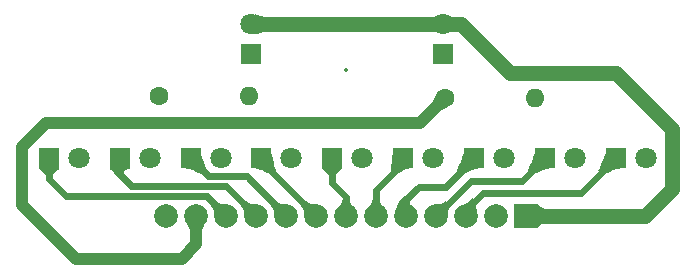
<source format=gbl>
%TF.GenerationSoftware,KiCad,Pcbnew,8.0.1*%
%TF.CreationDate,2024-08-23T15:17:34+02:00*%
%TF.ProjectId,BMW_E30_VFL_SI_Indicator_LED,424d575f-4533-4305-9f56-464c5f53495f,rev?*%
%TF.SameCoordinates,Original*%
%TF.FileFunction,Copper,L2,Bot*%
%TF.FilePolarity,Positive*%
%FSLAX46Y46*%
G04 Gerber Fmt 4.6, Leading zero omitted, Abs format (unit mm)*
G04 Created by KiCad (PCBNEW 8.0.1) date 2024-08-23 15:17:34*
%MOMM*%
%LPD*%
G01*
G04 APERTURE LIST*
%TA.AperFunction,ComponentPad*%
%ADD10R,1.800000X1.800000*%
%TD*%
%TA.AperFunction,ComponentPad*%
%ADD11C,1.800000*%
%TD*%
%TA.AperFunction,ComponentPad*%
%ADD12R,2.000000X2.000000*%
%TD*%
%TA.AperFunction,ComponentPad*%
%ADD13C,2.000000*%
%TD*%
%TA.AperFunction,ComponentPad*%
%ADD14C,1.600000*%
%TD*%
%TA.AperFunction,ComponentPad*%
%ADD15O,1.600000X1.600000*%
%TD*%
%TA.AperFunction,Conductor*%
%ADD16C,0.600000*%
%TD*%
%TA.AperFunction,Conductor*%
%ADD17C,1.000000*%
%TD*%
%TA.AperFunction,Conductor*%
%ADD18C,1.300000*%
%TD*%
%ADD19C,0.350000*%
G04 APERTURE END LIST*
D10*
%TO.P,D5,1,K*%
%TO.N,Net-(D5-K)*%
X149125000Y-85500000D03*
D11*
%TO.P,D5,2,A*%
%TO.N,Net-(D1-A)*%
X151665000Y-85500000D03*
%TD*%
D10*
%TO.P,D9,1,K*%
%TO.N,Net-(D9-K)*%
X125125000Y-85500000D03*
D11*
%TO.P,D9,2,A*%
%TO.N,Net-(D1-A)*%
X127665000Y-85500000D03*
%TD*%
D10*
%TO.P,D11,1,K*%
%TO.N,Net-(D11-K)*%
X142250000Y-76650000D03*
D11*
%TO.P,D11,2,A*%
%TO.N,Net-(D10-A)*%
X142250000Y-74110000D03*
%TD*%
D10*
%TO.P,D1,1,K*%
%TO.N,Net-(D1-K)*%
X173125000Y-85500000D03*
D11*
%TO.P,D1,2,A*%
%TO.N,Net-(D1-A)*%
X175665000Y-85500000D03*
%TD*%
D10*
%TO.P,D4,1,K*%
%TO.N,Net-(D4-K)*%
X155125000Y-85500000D03*
D11*
%TO.P,D4,2,A*%
%TO.N,Net-(D1-A)*%
X157665000Y-85500000D03*
%TD*%
D10*
%TO.P,D10,1,K*%
%TO.N,Net-(D10-K)*%
X158525000Y-76675000D03*
D11*
%TO.P,D10,2,A*%
%TO.N,Net-(D10-A)*%
X158525000Y-74135000D03*
%TD*%
D10*
%TO.P,D6,1,K*%
%TO.N,Net-(D6-K)*%
X143125000Y-85500000D03*
D11*
%TO.P,D6,2,A*%
%TO.N,Net-(D1-A)*%
X145665000Y-85500000D03*
%TD*%
D10*
%TO.P,D7,1,K*%
%TO.N,Net-(D7-K)*%
X137125000Y-85500000D03*
D11*
%TO.P,D7,2,A*%
%TO.N,Net-(D1-A)*%
X139665000Y-85500000D03*
%TD*%
D10*
%TO.P,D8,1,K*%
%TO.N,Net-(D8-K)*%
X131125000Y-85500000D03*
D11*
%TO.P,D8,2,A*%
%TO.N,Net-(D1-A)*%
X133665000Y-85500000D03*
%TD*%
D10*
%TO.P,D3,1,K*%
%TO.N,Net-(D3-K)*%
X161125000Y-85500000D03*
D11*
%TO.P,D3,2,A*%
%TO.N,Net-(D1-A)*%
X163665000Y-85500000D03*
%TD*%
D12*
%TO.P,J1,1,GND_BULB*%
%TO.N,Net-(D10-A)*%
X165540000Y-90360000D03*
D13*
%TO.P,J1,2,GND_LED*%
%TO.N,Net-(D1-A)*%
X163000000Y-90360000D03*
%TO.P,J1,3,LED_R3*%
%TO.N,Net-(D1-K)*%
X160460000Y-90360000D03*
%TO.P,J1,4,LED_R2*%
%TO.N,Net-(D2-K)*%
X157920000Y-90360000D03*
%TO.P,J1,5,LED_R1*%
%TO.N,Net-(D3-K)*%
X155380000Y-90360000D03*
%TO.P,J1,6,LED_Y*%
%TO.N,Net-(D4-K)*%
X152840000Y-90360000D03*
%TO.P,J1,7,LED_G5*%
%TO.N,Net-(D5-K)*%
X150300000Y-90360000D03*
%TO.P,J1,8,LED_G4*%
%TO.N,Net-(D6-K)*%
X147760000Y-90360000D03*
%TO.P,J1,9,LED_G3*%
%TO.N,Net-(D7-K)*%
X145220000Y-90360000D03*
%TO.P,J1,10,LED_G2*%
%TO.N,Net-(D8-K)*%
X142680000Y-90360000D03*
%TO.P,J1,11,LED_G1*%
%TO.N,Net-(D9-K)*%
X140140000Y-90360000D03*
%TO.P,J1,12,BULB_INSPECTION*%
%TO.N,Net-(J1-BULB_INSPECTION)*%
X137600000Y-90360000D03*
%TO.P,J1,13,BULB_OILSERVICE*%
%TO.N,Net-(J1-BULB_OILSERVICE)*%
X135060000Y-90360000D03*
%TD*%
D10*
%TO.P,D2,1,K*%
%TO.N,Net-(D2-K)*%
X167125000Y-85500000D03*
D11*
%TO.P,D2,2,A*%
%TO.N,Net-(D1-A)*%
X169665000Y-85500000D03*
%TD*%
D14*
%TO.P,R2,1*%
%TO.N,Net-(J1-BULB_INSPECTION)*%
X158640000Y-80400000D03*
D15*
%TO.P,R2,2*%
%TO.N,Net-(D10-K)*%
X166260000Y-80400000D03*
%TD*%
D14*
%TO.P,R1,1*%
%TO.N,Net-(J1-BULB_OILSERVICE)*%
X134490000Y-80250000D03*
D15*
%TO.P,R1,2*%
%TO.N,Net-(D11-K)*%
X142110000Y-80250000D03*
%TD*%
D16*
%TO.N,Net-(D1-K)*%
X161901000Y-88410000D02*
X160460000Y-89851000D01*
X160460000Y-89851000D02*
X160460000Y-90360000D01*
X170215000Y-88410000D02*
X161901000Y-88410000D01*
X173125000Y-85500000D02*
X170215000Y-88410000D01*
%TO.N,Net-(D2-K)*%
X160886000Y-87394000D02*
X157920000Y-90360000D01*
X165231000Y-87394000D02*
X160886000Y-87394000D01*
X167125000Y-85500000D02*
X167125000Y-85875000D01*
X167125000Y-85500000D02*
X165231000Y-87394000D01*
%TO.N,Net-(D3-K)*%
X161125000Y-85500000D02*
X158723000Y-87902000D01*
X156440000Y-87902000D02*
X155380000Y-88962000D01*
X155380000Y-88962000D02*
X155380000Y-90360000D01*
X161125000Y-85500000D02*
X161125000Y-85875000D01*
X158723000Y-87902000D02*
X156440000Y-87902000D01*
%TO.N,Net-(D4-K)*%
X155125000Y-85915000D02*
X152840000Y-88200000D01*
X152840000Y-88708000D02*
X152840000Y-90360000D01*
X155125000Y-85500000D02*
X155125000Y-85915000D01*
X152840000Y-88200000D02*
X152840000Y-88708000D01*
%TO.N,Net-(D5-K)*%
X149125000Y-85500000D02*
X149150000Y-85525000D01*
X149125000Y-85500000D02*
X149125000Y-87572000D01*
X149125000Y-87572000D02*
X150300000Y-88747000D01*
X150300000Y-88747000D02*
X150300000Y-90360000D01*
%TO.N,Net-(D6-K)*%
X143125000Y-85725000D02*
X147760000Y-90360000D01*
X143125000Y-85500000D02*
X143125000Y-85725000D01*
%TO.N,Net-(D7-K)*%
X138638000Y-87013000D02*
X141873000Y-87013000D01*
X137125000Y-85500000D02*
X138638000Y-87013000D01*
X141873000Y-87013000D02*
X145220000Y-90360000D01*
%TO.N,Net-(D8-K)*%
X131125000Y-86844000D02*
X132094000Y-87813000D01*
X132094000Y-87813000D02*
X140133000Y-87813000D01*
X131125000Y-85500000D02*
X131125000Y-86844000D01*
X140133000Y-87813000D02*
X142680000Y-90360000D01*
%TO.N,Net-(D9-K)*%
X138494800Y-88714800D02*
X140140000Y-90360000D01*
X125150000Y-85525000D02*
X125150000Y-87250000D01*
X126614800Y-88714800D02*
X138494800Y-88714800D01*
X125150000Y-87250000D02*
X126614800Y-88714800D01*
X125125000Y-85500000D02*
X125150000Y-85525000D01*
D17*
%TO.N,Net-(J1-BULB_INSPECTION)*%
X158640000Y-80400000D02*
X156540000Y-82500000D01*
X124925000Y-82500000D02*
X122900000Y-84525000D01*
X127400000Y-94000000D02*
X136400000Y-94000000D01*
X122900000Y-84525000D02*
X122900000Y-89500000D01*
X136400000Y-94000000D02*
X137600000Y-92800000D01*
X122900000Y-89500000D02*
X127400000Y-94000000D01*
X137600000Y-92800000D02*
X137600000Y-90360000D01*
X156540000Y-82500000D02*
X124925000Y-82500000D01*
D18*
%TO.N,Net-(D10-A)*%
X142300000Y-74160000D02*
X160060000Y-74160000D01*
X173150000Y-78250000D02*
X177900000Y-83000000D01*
X177900000Y-83000000D02*
X177900000Y-88082800D01*
X160060000Y-74160000D02*
X164150000Y-78250000D01*
X164150000Y-78250000D02*
X173150000Y-78250000D01*
X142250000Y-74110000D02*
X142300000Y-74160000D01*
X175622800Y-90360000D02*
X165540000Y-90360000D01*
X177900000Y-88082800D02*
X175622800Y-90360000D01*
%TD*%
%TA.AperFunction,Conductor*%
%TO.N,Net-(D10-A)*%
G36*
X142605215Y-73282995D02*
G01*
X142788766Y-73359265D01*
X142841718Y-73381268D01*
X142841725Y-73381270D01*
X142841726Y-73381271D01*
X143021979Y-73448517D01*
X143183140Y-73487531D01*
X143183141Y-73487531D01*
X143183145Y-73487532D01*
X143270266Y-73495813D01*
X143373176Y-73505596D01*
X143373181Y-73505596D01*
X143373190Y-73505597D01*
X143595986Y-73509272D01*
X143628547Y-73509810D01*
X143636762Y-73513372D01*
X143640054Y-73521508D01*
X143640054Y-74798980D01*
X143636627Y-74807253D01*
X143629055Y-74810659D01*
X143293258Y-74830800D01*
X143049629Y-74880401D01*
X142840838Y-74939479D01*
X142839987Y-74939686D01*
X142597601Y-74989035D01*
X142595968Y-74989249D01*
X142262387Y-75009257D01*
X142253923Y-75006332D01*
X142250007Y-74998279D01*
X142249986Y-74997591D01*
X142249977Y-74989200D01*
X142249002Y-74112336D01*
X142249896Y-74107842D01*
X142589926Y-73289312D01*
X142596265Y-73282987D01*
X142605215Y-73282995D01*
G37*
%TD.AperFunction*%
%TD*%
%TA.AperFunction,Conductor*%
%TO.N,Net-(J1-BULB_INSPECTION)*%
G36*
X138512410Y-90737919D02*
G01*
X138518737Y-90744257D01*
X138518728Y-90753211D01*
X138518442Y-90753847D01*
X138392240Y-91012990D01*
X138391688Y-91013994D01*
X138275891Y-91202373D01*
X138183352Y-91367560D01*
X138122131Y-91567350D01*
X138100818Y-91849182D01*
X138096777Y-91857173D01*
X138089151Y-91860000D01*
X137110849Y-91860000D01*
X137102576Y-91856573D01*
X137099182Y-91849182D01*
X137077867Y-91567350D01*
X137016646Y-91367560D01*
X136924107Y-91202373D01*
X136808310Y-91013994D01*
X136807758Y-91012990D01*
X136681557Y-90753847D01*
X136681016Y-90744908D01*
X136686953Y-90738205D01*
X136687560Y-90737931D01*
X137595514Y-90360862D01*
X137604464Y-90360854D01*
X138512410Y-90737919D01*
G37*
%TD.AperFunction*%
%TD*%
%TA.AperFunction,Conductor*%
%TO.N,Net-(J1-BULB_INSPECTION)*%
G36*
X158636212Y-80397437D02*
G01*
X158642551Y-80403762D01*
X158642562Y-80403787D01*
X158941640Y-81128187D01*
X158941629Y-81137142D01*
X158935290Y-81143467D01*
X158935189Y-81143508D01*
X158713054Y-81232800D01*
X158546229Y-81302767D01*
X158410110Y-81377870D01*
X158269335Y-81486888D01*
X158269320Y-81486901D01*
X158096724Y-81650797D01*
X158088365Y-81654009D01*
X158080394Y-81650586D01*
X157389413Y-80959605D01*
X157385986Y-80951332D01*
X157389202Y-80943275D01*
X157553104Y-80770671D01*
X157662130Y-80629884D01*
X157737232Y-80493765D01*
X157807219Y-80326894D01*
X157896491Y-80104809D01*
X157902756Y-80098412D01*
X157911711Y-80098318D01*
X158636212Y-80397437D01*
G37*
%TD.AperFunction*%
%TD*%
%TA.AperFunction,Conductor*%
%TO.N,Net-(D9-K)*%
G36*
X125133267Y-85507278D02*
G01*
X125133351Y-85507360D01*
X126013256Y-86388243D01*
X126016678Y-86396518D01*
X126013247Y-86404790D01*
X126009972Y-86407093D01*
X125909995Y-86454283D01*
X125794995Y-86531422D01*
X125679997Y-86631423D01*
X125564990Y-86754290D01*
X125453513Y-86895548D01*
X125445698Y-86899920D01*
X125444329Y-86900000D01*
X124855507Y-86900000D01*
X124847234Y-86896573D01*
X124846491Y-86895757D01*
X124728188Y-86752721D01*
X124724587Y-86749067D01*
X124606373Y-86629079D01*
X124524142Y-86561573D01*
X124484568Y-86529085D01*
X124484563Y-86529081D01*
X124484560Y-86529079D01*
X124475344Y-86523301D01*
X124362756Y-86452723D01*
X124256572Y-86406768D01*
X124250340Y-86400337D01*
X124250481Y-86391383D01*
X124252864Y-86387840D01*
X125116724Y-85507433D01*
X125124962Y-85503930D01*
X125133267Y-85507278D01*
G37*
%TD.AperFunction*%
%TD*%
%TA.AperFunction,Conductor*%
%TO.N,Net-(D9-K)*%
G36*
X139299603Y-89093397D02*
G01*
X139536505Y-89273725D01*
X139750063Y-89334959D01*
X139964036Y-89337823D01*
X139964389Y-89337833D01*
X140209756Y-89349180D01*
X140212345Y-89349596D01*
X140509973Y-89432576D01*
X140517022Y-89438099D01*
X140518101Y-89446988D01*
X140517645Y-89448313D01*
X140142562Y-90356215D01*
X140136235Y-90362553D01*
X140136215Y-90362562D01*
X139228313Y-90737645D01*
X139219359Y-90737636D01*
X139213032Y-90731298D01*
X139212576Y-90729973D01*
X139129596Y-90432345D01*
X139129180Y-90429756D01*
X139117833Y-90184389D01*
X139117823Y-90184020D01*
X139114959Y-89970067D01*
X139114959Y-89970063D01*
X139053725Y-89756505D01*
X138873397Y-89519603D01*
X138871114Y-89510945D01*
X138874434Y-89504245D01*
X139284245Y-89094434D01*
X139292517Y-89091008D01*
X139299603Y-89093397D01*
G37*
%TD.AperFunction*%
%TD*%
%TA.AperFunction,Conductor*%
%TO.N,Net-(D8-K)*%
G36*
X141839603Y-89093397D02*
G01*
X142076505Y-89273725D01*
X142290063Y-89334959D01*
X142504036Y-89337823D01*
X142504389Y-89337833D01*
X142749756Y-89349180D01*
X142752345Y-89349596D01*
X143049973Y-89432576D01*
X143057022Y-89438099D01*
X143058101Y-89446988D01*
X143057645Y-89448313D01*
X142682562Y-90356215D01*
X142676235Y-90362553D01*
X142676215Y-90362562D01*
X141768313Y-90737645D01*
X141759359Y-90737636D01*
X141753032Y-90731298D01*
X141752576Y-90729973D01*
X141669596Y-90432345D01*
X141669180Y-90429756D01*
X141657833Y-90184389D01*
X141657823Y-90184020D01*
X141654959Y-89970067D01*
X141654959Y-89970063D01*
X141593725Y-89756505D01*
X141413397Y-89519603D01*
X141411114Y-89510945D01*
X141414434Y-89504245D01*
X141824245Y-89094434D01*
X141832517Y-89091008D01*
X141839603Y-89093397D01*
G37*
%TD.AperFunction*%
%TD*%
%TA.AperFunction,Conductor*%
%TO.N,Net-(D8-K)*%
G36*
X131132565Y-85507567D02*
G01*
X131132690Y-85507690D01*
X132007395Y-86382395D01*
X132010822Y-86390668D01*
X132007395Y-86398941D01*
X132000211Y-86402317D01*
X131895348Y-86412123D01*
X131895345Y-86412124D01*
X131765687Y-86445334D01*
X131636039Y-86499625D01*
X131506383Y-86575004D01*
X131376723Y-86671471D01*
X130962274Y-87085921D01*
X130954001Y-87089348D01*
X130945728Y-87085921D01*
X130944456Y-87084413D01*
X130812000Y-86897268D01*
X130671534Y-86728465D01*
X130531068Y-86589319D01*
X130390602Y-86479830D01*
X130390598Y-86479828D01*
X130390596Y-86479826D01*
X130263280Y-86407470D01*
X130257781Y-86400403D01*
X130258889Y-86391517D01*
X130260660Y-86389155D01*
X131116023Y-85507814D01*
X131124242Y-85504264D01*
X131132565Y-85507567D01*
G37*
%TD.AperFunction*%
%TD*%
%TA.AperFunction,Conductor*%
%TO.N,Net-(D7-K)*%
G36*
X144379603Y-89093397D02*
G01*
X144616505Y-89273725D01*
X144830063Y-89334959D01*
X145044036Y-89337823D01*
X145044389Y-89337833D01*
X145289756Y-89349180D01*
X145292345Y-89349596D01*
X145589973Y-89432576D01*
X145597022Y-89438099D01*
X145598101Y-89446988D01*
X145597645Y-89448313D01*
X145222562Y-90356215D01*
X145216235Y-90362553D01*
X145216215Y-90362562D01*
X144308313Y-90737645D01*
X144299359Y-90737636D01*
X144293032Y-90731298D01*
X144292576Y-90729973D01*
X144209596Y-90432345D01*
X144209180Y-90429756D01*
X144197833Y-90184389D01*
X144197823Y-90184020D01*
X144194959Y-89970067D01*
X144194959Y-89970063D01*
X144133725Y-89756505D01*
X143953397Y-89519603D01*
X143951114Y-89510945D01*
X143954434Y-89504245D01*
X144364245Y-89094434D01*
X144372517Y-89091008D01*
X144379603Y-89093397D01*
G37*
%TD.AperFunction*%
%TD*%
%TA.AperFunction,Conductor*%
%TO.N,Net-(D7-K)*%
G36*
X138022203Y-85132071D02*
G01*
X138028529Y-85138409D01*
X138028862Y-85139322D01*
X138138137Y-85482052D01*
X138251274Y-85800894D01*
X138364396Y-86083702D01*
X138364415Y-86083746D01*
X138477537Y-86330559D01*
X138586575Y-86533762D01*
X138587467Y-86542672D01*
X138584538Y-86547567D01*
X138173145Y-86958960D01*
X138164872Y-86962387D01*
X138158464Y-86960476D01*
X138012580Y-86864987D01*
X137883578Y-86780547D01*
X137883573Y-86780544D01*
X137883571Y-86780543D01*
X137883570Y-86780542D01*
X137600735Y-86631410D01*
X137356613Y-86533762D01*
X137317893Y-86518274D01*
X137317892Y-86518273D01*
X137317888Y-86518272D01*
X137035050Y-86441136D01*
X136767073Y-86402161D01*
X136759379Y-86397579D01*
X136757179Y-86388899D01*
X136757941Y-86386119D01*
X137122438Y-85503782D01*
X137128762Y-85497446D01*
X138013249Y-85132062D01*
X138022203Y-85132071D01*
G37*
%TD.AperFunction*%
%TD*%
%TA.AperFunction,Conductor*%
%TO.N,Net-(D6-K)*%
G36*
X146919603Y-89093397D02*
G01*
X147156505Y-89273725D01*
X147370063Y-89334959D01*
X147584036Y-89337823D01*
X147584389Y-89337833D01*
X147829756Y-89349180D01*
X147832345Y-89349596D01*
X148129973Y-89432576D01*
X148137022Y-89438099D01*
X148138101Y-89446988D01*
X148137645Y-89448313D01*
X147762562Y-90356215D01*
X147756235Y-90362553D01*
X147756215Y-90362562D01*
X146848313Y-90737645D01*
X146839359Y-90737636D01*
X146833032Y-90731298D01*
X146832576Y-90729973D01*
X146749596Y-90432345D01*
X146749180Y-90429756D01*
X146737833Y-90184389D01*
X146737823Y-90184020D01*
X146734959Y-89970067D01*
X146734959Y-89970063D01*
X146673725Y-89756505D01*
X146493397Y-89519603D01*
X146491114Y-89510945D01*
X146494434Y-89504245D01*
X146904245Y-89094434D01*
X146912517Y-89091008D01*
X146919603Y-89093397D01*
G37*
%TD.AperFunction*%
%TD*%
%TA.AperFunction,Conductor*%
%TO.N,Net-(D6-K)*%
G36*
X144021166Y-85183154D02*
G01*
X144027172Y-85189796D01*
X144027630Y-85191456D01*
X144093137Y-85522807D01*
X144161273Y-85831454D01*
X144229412Y-86104124D01*
X144297540Y-86340742D01*
X144297547Y-86340766D01*
X144297552Y-86340780D01*
X144363345Y-86534531D01*
X144362760Y-86543467D01*
X144360539Y-86546566D01*
X143948574Y-86958531D01*
X143940301Y-86961958D01*
X143933310Y-86959640D01*
X143692974Y-86780548D01*
X143692973Y-86780547D01*
X143444525Y-86631410D01*
X143444524Y-86631409D01*
X143444520Y-86631407D01*
X143196083Y-86518276D01*
X143196080Y-86518275D01*
X143196078Y-86518274D01*
X143036643Y-86468773D01*
X142947637Y-86441139D01*
X142947634Y-86441138D01*
X142947630Y-86441137D01*
X142714463Y-86402530D01*
X142706861Y-86397798D01*
X142704831Y-86389076D01*
X142705791Y-86385998D01*
X143122220Y-85503685D01*
X143128846Y-85497669D01*
X144012224Y-85182705D01*
X144021166Y-85183154D01*
G37*
%TD.AperFunction*%
%TD*%
%TA.AperFunction,Conductor*%
%TO.N,Net-(D5-K)*%
G36*
X150598052Y-88863427D02*
G01*
X150601373Y-88870128D01*
X150641376Y-89165151D01*
X150749084Y-89359457D01*
X150749087Y-89359461D01*
X150898357Y-89512781D01*
X150898614Y-89513054D01*
X150948852Y-89568164D01*
X151064078Y-89694564D01*
X151065622Y-89696699D01*
X151217399Y-89965825D01*
X151218478Y-89974714D01*
X151212955Y-89981763D01*
X151211695Y-89982377D01*
X150304487Y-90359136D01*
X150295533Y-90359145D01*
X150295513Y-90359136D01*
X149388304Y-89982377D01*
X149381977Y-89976039D01*
X149381986Y-89967085D01*
X149382593Y-89965837D01*
X149534377Y-89696694D01*
X149535916Y-89694567D01*
X149701439Y-89512993D01*
X149701573Y-89512851D01*
X149850913Y-89359460D01*
X149958622Y-89165152D01*
X149998627Y-88870128D01*
X150003135Y-88862390D01*
X150010221Y-88860000D01*
X150589779Y-88860000D01*
X150598052Y-88863427D01*
G37*
%TD.AperFunction*%
%TD*%
%TA.AperFunction,Conductor*%
%TO.N,Net-(D5-K)*%
G36*
X149133268Y-85507277D02*
G01*
X150012950Y-86387937D01*
X150016372Y-86396211D01*
X150012941Y-86404483D01*
X150009409Y-86406903D01*
X149905006Y-86453134D01*
X149904991Y-86453143D01*
X149785000Y-86529705D01*
X149665009Y-86629698D01*
X149544998Y-86753139D01*
X149428511Y-86895703D01*
X149420623Y-86899941D01*
X149419451Y-86900000D01*
X148830549Y-86900000D01*
X148822276Y-86896573D01*
X148821489Y-86895703D01*
X148705001Y-86753139D01*
X148702391Y-86750454D01*
X148584999Y-86629707D01*
X148584992Y-86629701D01*
X148584989Y-86629698D01*
X148584990Y-86629698D01*
X148464998Y-86529705D01*
X148464999Y-86529705D01*
X148345008Y-86453143D01*
X148344993Y-86453134D01*
X148240590Y-86406903D01*
X148234413Y-86400420D01*
X148234629Y-86391468D01*
X148237045Y-86387941D01*
X149116722Y-85507286D01*
X149124994Y-85503856D01*
X149133268Y-85507277D01*
G37*
%TD.AperFunction*%
%TD*%
%TA.AperFunction,Conductor*%
%TO.N,Net-(D4-K)*%
G36*
X153138052Y-88863427D02*
G01*
X153141373Y-88870128D01*
X153181376Y-89165151D01*
X153289084Y-89359457D01*
X153289087Y-89359461D01*
X153438357Y-89512781D01*
X153438614Y-89513054D01*
X153488852Y-89568164D01*
X153604078Y-89694564D01*
X153605622Y-89696699D01*
X153757399Y-89965825D01*
X153758478Y-89974714D01*
X153752955Y-89981763D01*
X153751695Y-89982377D01*
X152844487Y-90359136D01*
X152835533Y-90359145D01*
X152835513Y-90359136D01*
X151928304Y-89982377D01*
X151921977Y-89976039D01*
X151921986Y-89967085D01*
X151922593Y-89965837D01*
X152074377Y-89696694D01*
X152075916Y-89694567D01*
X152241439Y-89512993D01*
X152241573Y-89512851D01*
X152390913Y-89359460D01*
X152498622Y-89165152D01*
X152538627Y-88870128D01*
X152543135Y-88862390D01*
X152550221Y-88860000D01*
X153129779Y-88860000D01*
X153138052Y-88863427D01*
G37*
%TD.AperFunction*%
%TD*%
%TA.AperFunction,Conductor*%
%TO.N,Net-(D4-K)*%
G36*
X154238743Y-85231168D02*
G01*
X155121056Y-85497887D01*
X155127982Y-85503560D01*
X155127993Y-85503581D01*
X155598401Y-86385909D01*
X155599270Y-86394821D01*
X155593581Y-86401737D01*
X155590214Y-86402916D01*
X155384446Y-86441136D01*
X155384440Y-86441138D01*
X155162981Y-86518272D01*
X155162975Y-86518275D01*
X154941519Y-86631406D01*
X154941512Y-86631410D01*
X154720048Y-86780545D01*
X154506788Y-86958821D01*
X154498243Y-86961498D01*
X154491011Y-86958117D01*
X154078528Y-86545634D01*
X154075101Y-86537361D01*
X154075244Y-86535536D01*
X154090147Y-86441138D01*
X154104451Y-86350539D01*
X154134588Y-86123658D01*
X154164726Y-85860776D01*
X154194863Y-85561895D01*
X154223712Y-85241318D01*
X154227867Y-85233388D01*
X154236414Y-85230716D01*
X154238743Y-85231168D01*
G37*
%TD.AperFunction*%
%TD*%
%TA.AperFunction,Conductor*%
%TO.N,Net-(D3-K)*%
G36*
X155248266Y-88686023D02*
G01*
X155248489Y-88686240D01*
X155657908Y-89095659D01*
X155661335Y-89103932D01*
X155659768Y-89109780D01*
X155590378Y-89230010D01*
X155636317Y-89331275D01*
X155761467Y-89423614D01*
X155761481Y-89423624D01*
X155876892Y-89494975D01*
X155924708Y-89524537D01*
X155925813Y-89525313D01*
X156076797Y-89644738D01*
X156081160Y-89652558D01*
X156078715Y-89661172D01*
X156077812Y-89662187D01*
X155384826Y-90355173D01*
X155376553Y-90358600D01*
X155372066Y-90357705D01*
X154466794Y-89981749D01*
X154460467Y-89975411D01*
X154460422Y-89966590D01*
X154597642Y-89624459D01*
X154702730Y-89372082D01*
X154703247Y-89371007D01*
X154815465Y-89165879D01*
X154816451Y-89164370D01*
X154979936Y-88952113D01*
X154980712Y-88951207D01*
X155231726Y-88686463D01*
X155239905Y-88682817D01*
X155248266Y-88686023D01*
G37*
%TD.AperFunction*%
%TD*%
%TA.AperFunction,Conductor*%
%TO.N,Net-(D3-K)*%
G36*
X160236743Y-85132059D02*
G01*
X161121215Y-85497437D01*
X161127553Y-85503763D01*
X161127562Y-85503784D01*
X161492056Y-86386116D01*
X161492047Y-86395071D01*
X161485709Y-86401397D01*
X161482926Y-86402161D01*
X161214948Y-86441136D01*
X160932110Y-86518272D01*
X160932103Y-86518275D01*
X160649263Y-86631410D01*
X160649262Y-86631410D01*
X160366428Y-86780542D01*
X160366427Y-86780543D01*
X160091535Y-86960476D01*
X160082736Y-86962140D01*
X160076854Y-86958960D01*
X159665461Y-86547567D01*
X159662034Y-86539294D01*
X159663423Y-86533764D01*
X159772452Y-86330578D01*
X159885589Y-86083735D01*
X159998725Y-85800893D01*
X160111862Y-85482050D01*
X160221137Y-85139320D01*
X160226915Y-85132481D01*
X160235838Y-85131729D01*
X160236743Y-85132059D01*
G37*
%TD.AperFunction*%
%TD*%
%TA.AperFunction,Conductor*%
%TO.N,Net-(D2-K)*%
G36*
X166236743Y-85132059D02*
G01*
X167121215Y-85497437D01*
X167127553Y-85503763D01*
X167127562Y-85503784D01*
X167492056Y-86386116D01*
X167492047Y-86395071D01*
X167485709Y-86401397D01*
X167482926Y-86402161D01*
X167214948Y-86441136D01*
X166932110Y-86518272D01*
X166932103Y-86518275D01*
X166649263Y-86631410D01*
X166649262Y-86631410D01*
X166366428Y-86780542D01*
X166366427Y-86780543D01*
X166091535Y-86960476D01*
X166082736Y-86962140D01*
X166076854Y-86958960D01*
X165665461Y-86547567D01*
X165662034Y-86539294D01*
X165663423Y-86533764D01*
X165772452Y-86330578D01*
X165885589Y-86083735D01*
X165998725Y-85800893D01*
X166111862Y-85482050D01*
X166221137Y-85139320D01*
X166226915Y-85132481D01*
X166235838Y-85131729D01*
X166236743Y-85132059D01*
G37*
%TD.AperFunction*%
%TD*%
%TA.AperFunction,Conductor*%
%TO.N,Net-(D2-K)*%
G36*
X158775755Y-89094435D02*
G01*
X159185564Y-89504244D01*
X159188991Y-89512517D01*
X159186601Y-89519604D01*
X159006273Y-89756505D01*
X158945038Y-89970067D01*
X158942174Y-90184020D01*
X158942163Y-90184403D01*
X158930818Y-90429750D01*
X158930400Y-90432352D01*
X158847423Y-90729973D01*
X158841900Y-90737022D01*
X158833011Y-90738101D01*
X158831686Y-90737645D01*
X157923784Y-90362562D01*
X157917446Y-90356235D01*
X157917437Y-90356215D01*
X157846456Y-90184403D01*
X157542354Y-89448312D01*
X157542363Y-89439359D01*
X157548701Y-89433032D01*
X157550016Y-89432579D01*
X157847654Y-89349595D01*
X157850241Y-89349180D01*
X158095609Y-89337833D01*
X158095959Y-89337823D01*
X158309936Y-89334959D01*
X158523494Y-89273725D01*
X158760396Y-89093397D01*
X158769054Y-89091114D01*
X158775755Y-89094435D01*
G37*
%TD.AperFunction*%
%TD*%
%TA.AperFunction,Conductor*%
%TO.N,Net-(D1-K)*%
G36*
X172236743Y-85132059D02*
G01*
X173121215Y-85497437D01*
X173127553Y-85503763D01*
X173127562Y-85503784D01*
X173492056Y-86386116D01*
X173492047Y-86395071D01*
X173485709Y-86401397D01*
X173482926Y-86402161D01*
X173214948Y-86441136D01*
X172932110Y-86518272D01*
X172932103Y-86518275D01*
X172649263Y-86631410D01*
X172649262Y-86631410D01*
X172366428Y-86780542D01*
X172366427Y-86780543D01*
X172091535Y-86960476D01*
X172082736Y-86962140D01*
X172076854Y-86958960D01*
X171665461Y-86547567D01*
X171662034Y-86539294D01*
X171663423Y-86533764D01*
X171772452Y-86330578D01*
X171885589Y-86083735D01*
X171998725Y-85800893D01*
X172111862Y-85482050D01*
X172221137Y-85139320D01*
X172226915Y-85132481D01*
X172235838Y-85131729D01*
X172236743Y-85132059D01*
G37*
%TD.AperFunction*%
%TD*%
%TA.AperFunction,Conductor*%
%TO.N,Net-(D1-K)*%
G36*
X161011445Y-88891371D02*
G01*
X161420768Y-89300694D01*
X161424195Y-89308967D01*
X161422118Y-89315622D01*
X161288083Y-89509453D01*
X161278234Y-89687237D01*
X161341409Y-89869335D01*
X161420465Y-90082954D01*
X161421076Y-90085373D01*
X161458110Y-90346667D01*
X161455878Y-90355339D01*
X161448168Y-90359893D01*
X161446534Y-90360009D01*
X160467124Y-90360701D01*
X160458849Y-90357280D01*
X160456302Y-90353468D01*
X160453492Y-90346667D01*
X160081839Y-89447065D01*
X160081848Y-89438111D01*
X160088185Y-89431784D01*
X160328337Y-89335991D01*
X160508708Y-89262206D01*
X160656178Y-89183207D01*
X160808494Y-89067434D01*
X160995140Y-88891136D01*
X161003505Y-88887949D01*
X161011445Y-88891371D01*
G37*
%TD.AperFunction*%
%TD*%
%TA.AperFunction,Conductor*%
%TO.N,Net-(D10-A)*%
G36*
X158937801Y-74673576D02*
G01*
X158953421Y-74683067D01*
X159000131Y-74711449D01*
X159005422Y-74718674D01*
X159004055Y-74727523D01*
X159002225Y-74729824D01*
X158939895Y-74790620D01*
X158931581Y-74793943D01*
X158923351Y-74790414D01*
X158920027Y-74782244D01*
X158920027Y-74683576D01*
X158923454Y-74675303D01*
X158931727Y-74671876D01*
X158937801Y-74673576D01*
G37*
%TD.AperFunction*%
%TA.AperFunction,Conductor*%
G36*
X158067538Y-74324672D02*
G01*
X158201840Y-74342112D01*
X158204414Y-74342750D01*
X158458589Y-74437435D01*
X158465146Y-74443534D01*
X158465469Y-74452483D01*
X158459370Y-74459040D01*
X158459209Y-74459112D01*
X158016291Y-74653579D01*
X158007338Y-74653767D01*
X158005902Y-74653092D01*
X157703284Y-74484850D01*
X157697718Y-74477835D01*
X157698497Y-74469406D01*
X157784987Y-74295919D01*
X157791745Y-74290045D01*
X157796961Y-74289537D01*
X158067538Y-74324672D01*
G37*
%TD.AperFunction*%
%TA.AperFunction,Conductor*%
G36*
X158939277Y-73526269D02*
G01*
X158940063Y-73526933D01*
X159114025Y-73673956D01*
X159118132Y-73681914D01*
X159116716Y-73688546D01*
X158941970Y-74005157D01*
X158934972Y-74010744D01*
X158926073Y-74009746D01*
X158920486Y-74002748D01*
X158920027Y-73999503D01*
X158920027Y-73535206D01*
X158923454Y-73526933D01*
X158931727Y-73523506D01*
X158939277Y-73526269D01*
G37*
%TD.AperFunction*%
%TD*%
%TA.AperFunction,Conductor*%
%TO.N,Net-(D10-A)*%
G36*
X166548003Y-89368542D02*
G01*
X166548260Y-89368807D01*
X166640000Y-89466619D01*
X166740000Y-89554928D01*
X166839999Y-89624928D01*
X166939999Y-89676619D01*
X167032005Y-89707331D01*
X167038767Y-89713201D01*
X167040000Y-89718429D01*
X167040000Y-91001570D01*
X167036573Y-91009843D01*
X167032005Y-91012668D01*
X166940004Y-91043377D01*
X166940002Y-91043378D01*
X166839999Y-91095071D01*
X166740000Y-91165070D01*
X166640000Y-91253379D01*
X166639993Y-91253386D01*
X166548260Y-91351192D01*
X166540101Y-91354882D01*
X166531722Y-91351722D01*
X166531457Y-91351465D01*
X165547285Y-90368277D01*
X165543854Y-90360006D01*
X165547277Y-90351731D01*
X165547285Y-90351723D01*
X166531457Y-89368533D01*
X166539732Y-89365111D01*
X166548003Y-89368542D01*
G37*
%TD.AperFunction*%
%TD*%
D19*
X150300000Y-78000000D03*
X149125000Y-85500000D03*
X151665000Y-85500000D03*
X125125000Y-85500000D03*
X127665000Y-85500000D03*
X142250000Y-76650000D03*
X142250000Y-74110000D03*
X173125000Y-85500000D03*
X175665000Y-85500000D03*
X155125000Y-85500000D03*
X157665000Y-85500000D03*
X158525000Y-76675000D03*
X158525000Y-74135000D03*
X143125000Y-85500000D03*
X145665000Y-85500000D03*
X137125000Y-85500000D03*
X139665000Y-85500000D03*
X131125000Y-85500000D03*
X133665000Y-85500000D03*
X161125000Y-85500000D03*
X163665000Y-85500000D03*
X165540000Y-90360000D03*
X163000000Y-90360000D03*
X160460000Y-90360000D03*
X157920000Y-90360000D03*
X155380000Y-90360000D03*
X152840000Y-90360000D03*
X150300000Y-90360000D03*
X147760000Y-90360000D03*
X145220000Y-90360000D03*
X142680000Y-90360000D03*
X140140000Y-90360000D03*
X137600000Y-90360000D03*
X135060000Y-90360000D03*
X167125000Y-85500000D03*
X169665000Y-85500000D03*
X158640000Y-80400000D03*
X166260000Y-80400000D03*
X134490000Y-80250000D03*
X142110000Y-80250000D03*
M02*

</source>
